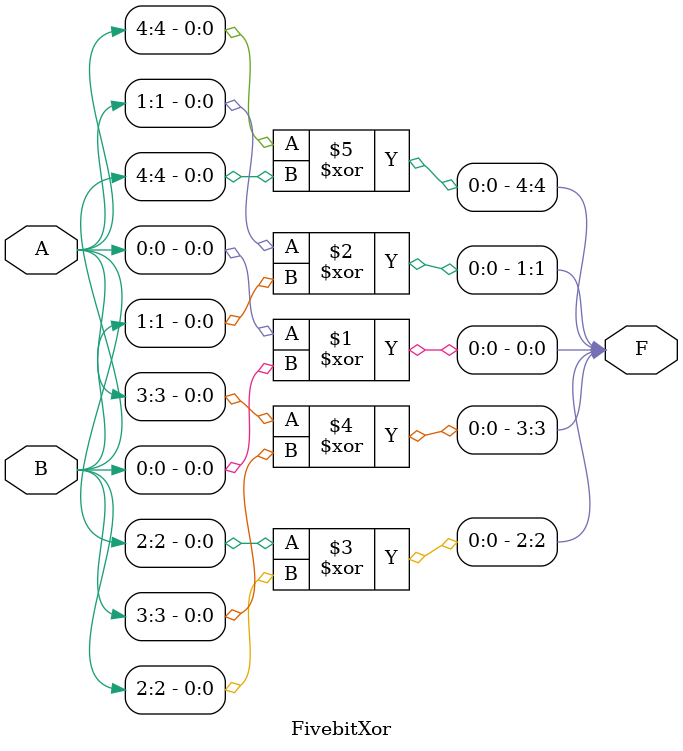
<source format=v>
module FivebitXor(F,A,B);

	input [4:0] A,B;
	output[4:0] F;
	
	xor xor1(F[0],A[0],B[0]);
	xor xor2(F[1],A[1],B[1]);
	xor xor3(F[2],A[2],B[2]);
	xor xor4(F[3],A[3],B[3]);
	xor xor5(F[4],A[4],B[4]);
	
endmodule

</source>
